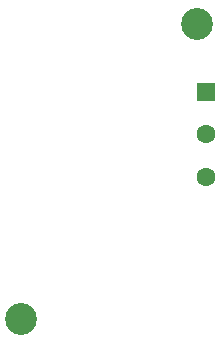
<source format=gbr>
%TF.GenerationSoftware,KiCad,Pcbnew,(6.0.5)*%
%TF.CreationDate,2022-05-15T18:56:35+01:00*%
%TF.ProjectId,shoulderButton,73686f75-6c64-4657-9242-7574746f6e2e,Rev1-F*%
%TF.SameCoordinates,Original*%
%TF.FileFunction,Soldermask,Bot*%
%TF.FilePolarity,Negative*%
%FSLAX46Y46*%
G04 Gerber Fmt 4.6, Leading zero omitted, Abs format (unit mm)*
G04 Created by KiCad (PCBNEW (6.0.5)) date 2022-05-15 18:56:35*
%MOMM*%
%LPD*%
G01*
G04 APERTURE LIST*
G04 Aperture macros list*
%AMRoundRect*
0 Rectangle with rounded corners*
0 $1 Rounding radius*
0 $2 $3 $4 $5 $6 $7 $8 $9 X,Y pos of 4 corners*
0 Add a 4 corners polygon primitive as box body*
4,1,4,$2,$3,$4,$5,$6,$7,$8,$9,$2,$3,0*
0 Add four circle primitives for the rounded corners*
1,1,$1+$1,$2,$3*
1,1,$1+$1,$4,$5*
1,1,$1+$1,$6,$7*
1,1,$1+$1,$8,$9*
0 Add four rect primitives between the rounded corners*
20,1,$1+$1,$2,$3,$4,$5,0*
20,1,$1+$1,$4,$5,$6,$7,0*
20,1,$1+$1,$6,$7,$8,$9,0*
20,1,$1+$1,$8,$9,$2,$3,0*%
G04 Aperture macros list end*
%ADD10C,2.700000*%
%ADD11RoundRect,0.250000X-0.550000X0.550000X-0.550000X-0.550000X0.550000X-0.550000X0.550000X0.550000X0*%
%ADD12C,1.600000*%
G04 APERTURE END LIST*
D10*
%TO.C,REF\u002A\u002A*%
X54066001Y-53562001D03*
%TD*%
%TO.C,REF\u002A\u002A*%
X39169001Y-78556001D03*
%TD*%
D11*
%TO.C,J1*%
X54798000Y-59309000D03*
D12*
X54798000Y-62909000D03*
X54798000Y-66509000D03*
%TD*%
M02*

</source>
